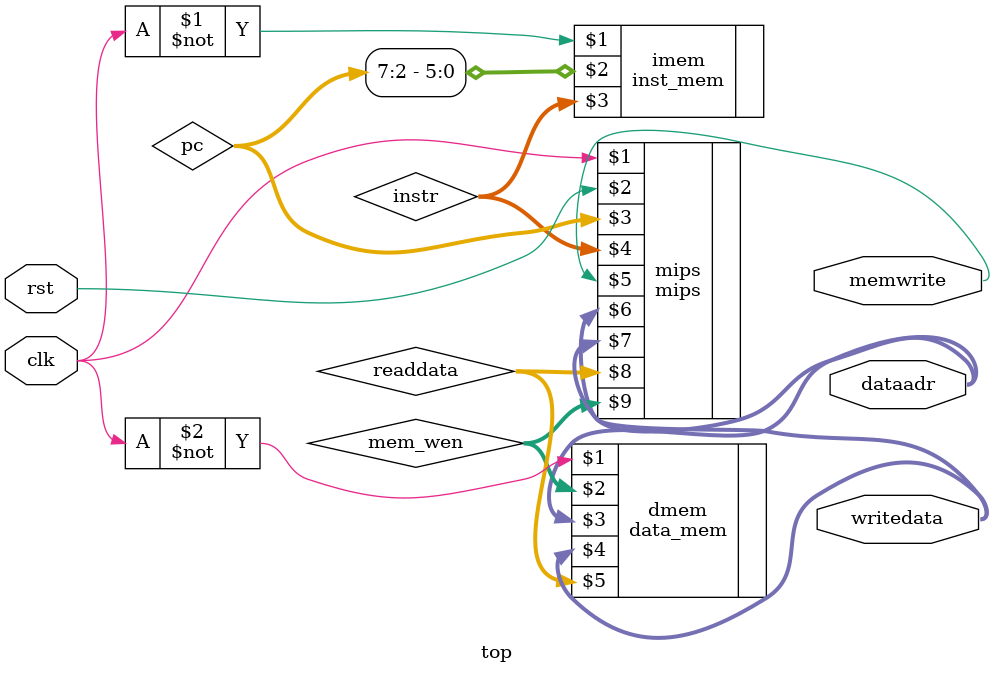
<source format=v>
`timescale 1ns / 1ps


module top(
	input wire clk,rst,
	output wire[31:0] writedata,dataadr,
	output wire memwrite
    );

	wire[31:0] pc,instr,readdata;
	wire[3:0] mem_wen;

	mips mips(clk,rst,pc,instr,memwrite,dataadr,writedata,readdata,mem_wen);
	inst_mem imem(~clk,pc[7:2],instr);
	data_mem dmem(~clk,mem_wen,dataadr,writedata,readdata);
endmodule

</source>
